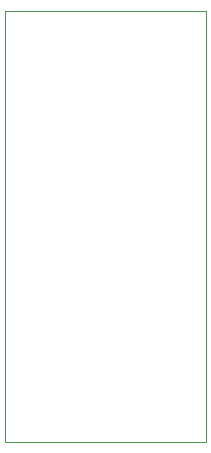
<source format=gbr>
%TF.GenerationSoftware,KiCad,Pcbnew,8.0.4*%
%TF.CreationDate,2024-09-13T17:58:40-07:00*%
%TF.ProjectId,gnss-test,676e7373-2d74-4657-9374-2e6b69636164,rev?*%
%TF.SameCoordinates,Original*%
%TF.FileFunction,Profile,NP*%
%FSLAX46Y46*%
G04 Gerber Fmt 4.6, Leading zero omitted, Abs format (unit mm)*
G04 Created by KiCad (PCBNEW 8.0.4) date 2024-09-13 17:58:40*
%MOMM*%
%LPD*%
G01*
G04 APERTURE LIST*
%TA.AperFunction,Profile*%
%ADD10C,0.050000*%
%TD*%
G04 APERTURE END LIST*
D10*
X155500000Y-51180000D02*
X172480000Y-51180000D01*
X172480000Y-87680000D01*
X155500000Y-87680000D01*
X155500000Y-51180000D01*
M02*

</source>
